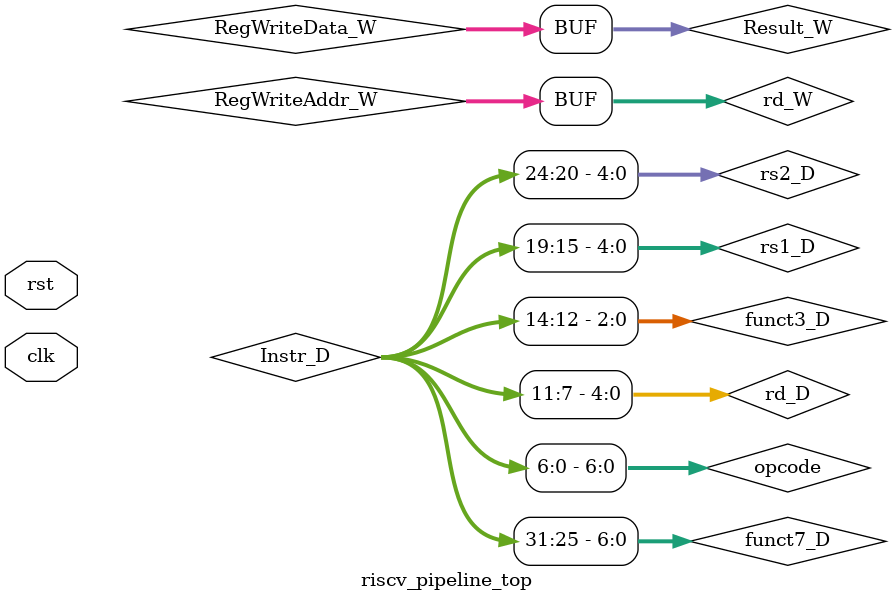
<source format=v>
`timescale 1ns/1ns
module riscv_pipeline_top (
    input wire clk,
    input wire rst
);
    wire [31:0] PC_F, PC_Next_F, PC_Plus4_F;
    wire [31:0] Instr_F;
    riscv_pc PC_Module (
        .clk(clk),
        .rst(rst),
        .pc_next(PC_Next_F),
        .pc_current(PC_F)
    );
    assign PC_Plus4_F = PC_F + 4;
    assign PC_Next_F = (PCSrc_M) ? PCTarget_M : PC_Plus4_F; 
    riscv_imem IMEM (
        .a(PC_F),
        .rd(Instr_F)
    );
    wire [31:0] Instr_D;
    wire [31:0] PC_D;
    riscv_pipe_reg #(.N(64)) IF_ID_REG (
        .clk(clk),
        .rst(rst),
        .clear(1'b0), 
        .en(1'b1),          
        .d({Instr_F, PC_F}), 
        .q({Instr_D, PC_D})  
    );

    wire [6:0] opcode = Instr_D[6:0];
    wire [4:0] rd_D   = Instr_D[11:7];
    wire [2:0] funct3_D = Instr_D[14:12];
    wire [4:0] rs1_D  = Instr_D[19:15];
    wire [4:0] rs2_D  = Instr_D[24:20];
    wire [6:0] funct7_D = Instr_D[31:25];
    wire RegWrite_D, MemtoReg_D, MemWrite_D, ALUSrc_D, Branch_D;
    wire [1:0] ALUOp_D;
    riscv_control Control_Unit (
        .opcode(opcode),
        .Branch(Branch_D),
        .MemRead(),         // Not using MemRead logic for simplified version
        .MemtoReg(MemtoReg_D),
        .ALUOp(ALUOp_D),
        .MemWrite(MemWrite_D),
        .ALUSrc(ALUSrc_D),
        .RegWrite(RegWrite_D)
    );
    wire [31:0] RD1_D, RD2_D;
    wire [4:0]  RegWriteAddr_W; // From Stage 5
    wire [31:0] RegWriteData_W; // From Stage 5
    wire        RegWrite_W;     // From Stage 5
    riscv_regfile REG_FILE (
        .clk(clk),
        .we3(RegWrite_W),       // Writing happens in Stage 5
        .ra1(rs1_D),
        .ra2(rs2_D),
        .wa3(RegWriteAddr_W),
        .wd3(RegWriteData_W),
        .rd1(RD1_D),
        .rd2(RD2_D)
    );
    wire [31:0] Imm_D;
    riscv_imm_gen IMM_GEN (
        .inst(Instr_D),
        .imm_out(Imm_D)
    );
    wire [31:0] PC_E, RD1_E, RD2_E, Imm_E;
    wire [4:0]  rd_E, rs1_E, rs2_E; // Addresses needed for Hazard Unit later
    wire [2:0]  funct3_E;
    wire [6:0]  funct7_E;
    wire RegWrite_E, MemtoReg_E, MemWrite_E, ALUSrc_E, Branch_E;
    wire [1:0] ALUOp_E;
    riscv_pipe_reg #(.N(160)) ID_EX_REG (
        .clk(clk),
        .rst(rst),
        .clear(1'b0), // Flush signal for later
        .en(1'b1),    // Stall signal for later
        .d({RegWrite_D, MemtoReg_D, MemWrite_D, Branch_D, ALUSrc_D, ALUOp_D,  // Control
            PC_D, RD1_D, RD2_D, Imm_D,                                         // Data
            rd_D, rs1_D, rs2_D, funct3_D, funct7_D}),                          // Meta-Data
        .q({RegWrite_E, MemtoReg_E, MemWrite_E, Branch_E, ALUSrc_E, ALUOp_E,
            PC_E, RD1_E, RD2_E, Imm_E,
            rd_E, rs1_E, rs2_E, funct3_E, funct7_E})
    );
// ==========================================
    // STAGE 3: EXECUTE (E)
    // ==========================================

    // --- FORWARDING UNIT INSTANTIATION ---
    wire [1:0] ForwardA_E, ForwardB_E;
    
    riscv_forwarding FORWARD_UNIT (
        .rs1_E(rs1_E),
        .rs2_E(rs2_E),
        .rd_M(rd_M),
        .RegWrite_M(RegWrite_M),
        .rd_W(rd_W),
        .RegWrite_W(RegWrite_W),
        .ForwardA(ForwardA_E),
        .ForwardB(ForwardB_E)
    );

    // --- 3-WAY MUX FOR SOURCE A (rs1) ---
    reg [31:0] SrcA_Forwarded;
    always @(*) begin
        case (ForwardA_E)
            2'b00: SrcA_Forwarded = RD1_E;         // 00 = From RegFile
            2'b10: SrcA_Forwarded = ALUResult_M;   // 10 = Forward from Memory Stage
            2'b01: SrcA_Forwarded = Result_W;      // 01 = Forward from Writeback Stage
            default: SrcA_Forwarded = RD1_E;       // Default to RegFile
        endcase
    end

    // --- 3-WAY MUX FOR SOURCE B (rs2) ---
    // This generates the value 'WriteData_E' which acts as the input for the next Mux
    reg [31:0] WriteData_E; 
    always @(*) begin
        case (ForwardB_E)
            2'b00: WriteData_E = RD2_E;            // 00 = From RegFile
            2'b10: WriteData_E = ALUResult_M;      // 10 = Forward from Memory Stage
            2'b01: WriteData_E = Result_W;         // 01 = Forward from Writeback Stage
            default: WriteData_E = RD2_E;          // Default to RegFile
        endcase
    end

    // --- ALU SOURCE B MUX (Immediate Selection) ---
    // Critical Fix: Use WriteData_E (the forwarded value), NOT RD2_E
    wire [31:0] SrcB_E;
    assign SrcB_E = (ALUSrc_E) ? Imm_E : WriteData_E;

    // --- ALU CONTROL & CALCULATION ---
    wire [3:0] ALUControl_E;
    riscv_alu_decoder ALU_DEC (
        .alu_op(ALUOp_E),
        .funct3(funct3_E),
        .funct7(funct7_E[5]), // Fix: Pass only bit 5 (inst[30])
        .op(Instr_D[6:0]),
        .alu_ctrl(ALUControl_E)
    );

    wire [31:0] ALUResult_E;
    wire Zero_E;
    
    riscv_alu4b ALU (
        .a(SrcA_Forwarded),    // Use the Forwarded A
        .b(SrcB_E),            // Use the Forwarded/Immediate B
        .alu_ctrl(ALUControl_E),
        .result(ALUResult_E),
        .zero(Zero_E)
    );

    // --- BRANCH TARGET ---
    wire [31:0] PCTarget_E;
    assign PCTarget_E = PC_E + Imm_E;

    // ==========================================
    // PIPELINE REGISTER: EX / MEM
    // ==========================================
    wire RegWrite_M, MemtoReg_M, MemWrite_M, Branch_M, Zero_M;
    wire [31:0] ALUResult_M, WriteData_M, PCTarget_M;
    wire [4:0]  rd_M;

    riscv_pipe_reg #(.N(106)) EX_MEM_REG (
        .clk(clk),
        .rst(rst),
        .clear(1'b0),
        .en(1'b1),
        // PACK INPUTS: Use WriteData_E to ensure forwarded data is saved to memory during SW!
        .d({RegWrite_E, MemtoReg_E, MemWrite_E, Branch_E, Zero_E,
            ALUResult_E, WriteData_E, PCTarget_E, rd_E}), 
        // UNPACK OUTPUTS
        .q({RegWrite_M, MemtoReg_M, MemWrite_M, Branch_M, Zero_M,
            ALUResult_M, WriteData_M, PCTarget_M, rd_M})
    );
    wire [31:0] ReadData_M;
    riscv_dmem DMEM (
        .clk(clk),
        .we(MemWrite_M),
        .a(ALUResult_M),
        .wd(WriteData_M),
        .rd(ReadData_M)
    );
    wire PCSrc_M;
    assign PCSrc_M = Branch_M & Zero_M;
    wire MemtoReg_W; 
    wire [31:0] ALUResult_W, ReadData_W;
    wire [4:0]  rd_W;
    riscv_pipe_reg #(.N(71)) MEM_WB_REG (
        .clk(clk),
        .rst(rst),
        .clear(1'b0),
        .en(1'b1),
        .d({RegWrite_M, MemtoReg_M, ALUResult_M, ReadData_M, rd_M}),
        .q({RegWrite_W, MemtoReg_W, ALUResult_W, ReadData_W, rd_W})
    );
    wire [31:0] Result_W;
    assign Result_W = (MemtoReg_W) ? ReadData_W : ALUResult_W;
    assign RegWriteAddr_W = rd_W;   // "Write to Register Number X"
    assign RegWriteData_W = Result_W; // "Write this Value"
endmodule
</source>
